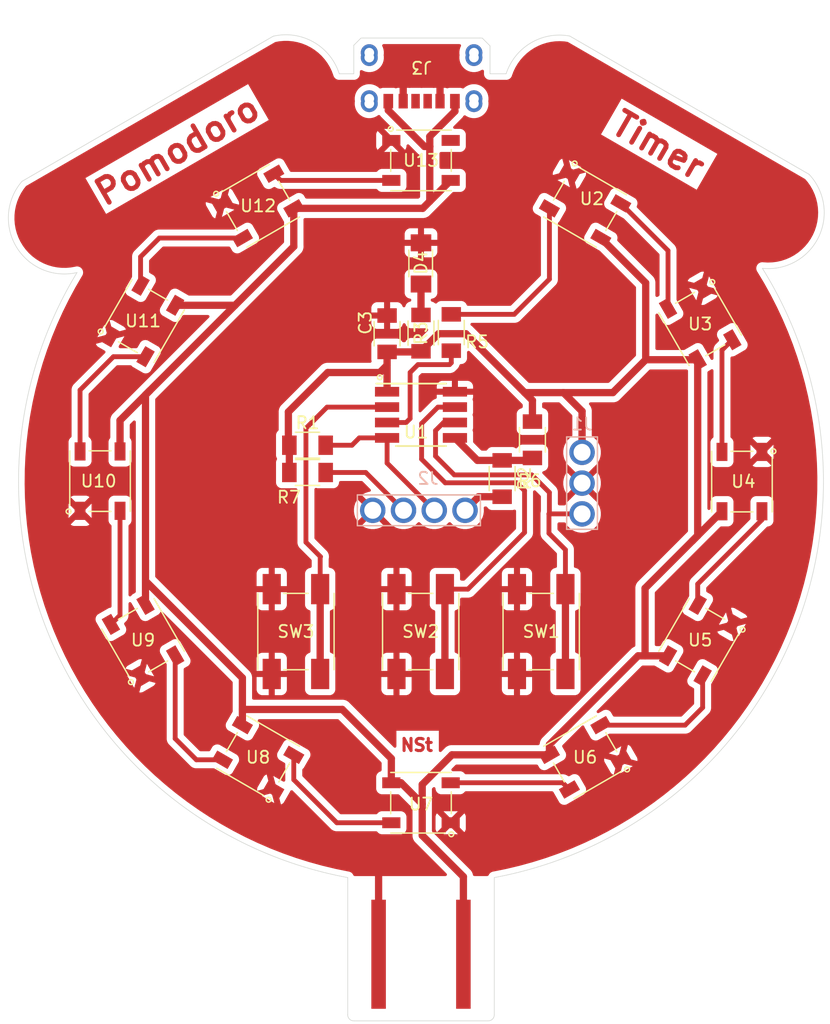
<source format=kicad_pcb>
(kicad_pcb (version 20241229) (generator "pcbnew") (generator_version "9.0")
  (layers (0 "F.Cu" signal) (2 "B.Cu" signal) (13 "F.Paste" user) (15 "B.Paste" user) (5 "F.SilkS" user "F.Silkscreen") (7 "B.SilkS" user "B.Silkscreen") (1 "F.Mask" user) (3 "B.Mask" user) (25 "Edge.Cuts" user))
  (net 0 "")
  (net 1 "PWR_GND")
  (net 2 "Net-(D4-A)")
  (net 3 "IN1")
  (net 4 "SDA")
  (net 5 "DIN")
  (net 6 "Net-(U2-DIN)")
  (net 7 "IN2")
  (net 8 "IN3")
  (net 9 "Net-(U2-DOUT)")
  (net 10 "Net-(U3-DOUT)")
  (net 11 "Net-(U4-DOUT)")
  (net 12 "Net-(U5-DOUT)")
  (net 13 "Net-(U6-DOUT)")
  (net 14 "Net-(U7-DOUT)")
  (net 15 "Net-(U8-DOUT)")
  (net 16 "Net-(U10-DIN)")
  (net 17 "Net-(U10-DOUT)")
  (net 18 "Net-(U11-DOUT)")
  (net 19 "Net-(U12-DOUT)")
  (net 21 "Net-(J2-Pin_3)")
  (net 25 "PWR_5V")
  (net 26 "SLC")
  (net 27 "Net-(J2-Pin_1)")
  (footprint "fab:LED_ADDR_Worldsemi_WS2812B" (layer "F.Cu") (at 111.25 141.75 30)
    (property "Reference" "U6" (at 0 0 0) (layer "F.SilkS"))
    (property "Value" "WS2812B" (hide yes))
    (fp_line (start -2.5 -0.9) (end -2.5 0.9) (stroke (width 0.12)) (layer "F.SilkS"))
    (fp_line (start -2.500001 2.5) (end 2 2.500001) (stroke (width 0.12)) (layer "F.SilkS"))
    (fp_line (start 2.500001 -2.5) (end -2.5 -2.500001) (stroke (width 0.12)) (layer "F.SilkS"))
    (fp_line (start 2.5 -0.9) (end 2.5 0.9) (stroke (width 0.12)) (layer "F.SilkS"))
    (fp_circle (center 2.5 2.6) (end 2.7 2.6) (stroke (width 0.12)) (fill no) (layer "F.SilkS"))
    (pad "1" smd rect (at -2.45 -1.65 30) (size 1.5 0.9) (layers "F.Cu" "F.Mask" "F.Paste") (net 25 "PWR_5V"))
    (pad "2" smd rect (at -2.45 1.65 30) (size 1.5 0.9) (layers "F.Cu" "F.Mask" "F.Paste") (net 13 "Net-(U6-DOUT)"))
    (pad "3" smd rect (at 2.45 1.65 30) (size 1.5 0.9) (layers "F.Cu" "F.Mask" "F.Paste") (net 1 "PWR_GND"))
    (pad "4" smd rect (at 2.45 -1.65 30) (size 1.5 0.9) (layers "F.Cu" "F.Mask" "F.Paste") (net 12 "Net-(U5-DOUT)"))
  )
  (footprint "fab:R_1206" (layer "F.Cu") (at 104.4 118.75 -90)
    (property "Reference" "R2" (at 0 -1.850001 90) (layer "F.SilkS"))
    (property "Value" "0R")
    (fp_line (start 1 1.07) (end -1 1.07) (stroke (width 0.12)) (layer "F.SilkS"))
    (fp_line (start -1 -1.07) (end 1 -1.07) (stroke (width 0.12)) (layer "F.SilkS"))
    (pad "1" smd rect (at -1.5 0 270) (size 1.2 1.6) (layers "F.Cu" "F.Mask" "F.Paste") (net 26 "SLC"))
    (pad "2" smd rect (at 1.5 0 270) (size 1.2 1.6) (layers "F.Cu" "F.Mask" "F.Paste") (net 27 "Net-(J2-Pin_1)"))
  )
  (footprint "fab:LED_ADDR_Worldsemi_WS2812B" (layer "F.Cu") (at 84.25 141.75 -30)
    (property "Reference" "U8" (at 0 0 0) (layer "F.SilkS"))
    (property "Value" "WS2812B" (hide yes))
    (fp_line (start -2.5 2.500001) (end 2 2.5) (stroke (width 0.12)) (layer "F.SilkS"))
    (fp_line (start -2.5 -0.9) (end -2.5 0.9) (stroke (width 0.12)) (layer "F.SilkS"))
    (fp_line (start 2.5 -0.9) (end 2.5 0.9) (stroke (width 0.12)) (layer "F.SilkS"))
    (fp_line (start 2.5 -2.500001) (end -2.500001 -2.5) (stroke (width 0.12)) (layer "F.SilkS"))
    (fp_circle (center 2.5 2.6) (end 2.7 2.6) (stroke (width 0.12)) (fill no) (layer "F.SilkS"))
    (pad "1" smd rect (at -2.45 -1.65 330) (size 1.5 0.9) (layers "F.Cu" "F.Mask" "F.Paste") (net 25 "PWR_5V"))
    (pad "2" smd rect (at -2.45 1.65 330) (size 1.5 0.9) (layers "F.Cu" "F.Mask" "F.Paste") (net 15 "Net-(U8-DOUT)"))
    (pad "3" smd rect (at 2.45 1.65 330) (size 1.5 0.9) (layers "F.Cu" "F.Mask" "F.Paste") (net 1 "PWR_GND"))
    (pad "4" smd rect (at 2.45 -1.65 330) (size 1.5 0.9) (layers "F.Cu" "F.Mask" "F.Paste") (net 14 "Net-(U7-DOUT)"))
  )
  (footprint "fab:R_1206" (layer "F.Cu") (at 88.33 118.25)
    (property "Reference" "R7" (at -1.5382 2.0444 0) (layer "F.SilkS"))
    (property "Value" "0R" (hide yes))
    (fp_line (start -1 -1.07) (end 1 -1.07) (stroke (width 0.12)) (layer "F.SilkS"))
    (fp_line (start 1 1.07) (end -1 1.07) (stroke (width 0.12)) (layer "F.SilkS"))
    (pad "1" smd rect (at -1.5 0) (size 1.2 1.6) (layers "F.Cu" "F.Mask" "F.Paste") (net 25 "PWR_5V"))
    (pad "2" smd rect (at 1.5 0) (size 1.2 1.6) (layers "F.Cu" "F.Mask" "F.Paste") (net 21 "Net-(J2-Pin_3)"))
  )
  (footprint "fab:LED_ADDR_Worldsemi_WS2812B" (layer "F.Cu") (at 120.75 106 120)
    (property "Reference" "U3" (at 0 0 0) (layer "F.SilkS"))
    (property "Value" "WS2812B" (hide yes))
    (fp_line (start 2.500001 -2.5) (end -2.5 -2.500001) (stroke (width 0.12)) (layer "F.SilkS"))
    (fp_line (start 2.5 -0.9) (end 2.5 0.9) (stroke (width 0.12)) (layer "F.SilkS"))
    (fp_line (start -2.5 -0.9) (end -2.5 0.9) (stroke (width 0.12)) (layer "F.SilkS"))
    (fp_line (start -2.500001 2.5) (end 2 2.500001) (stroke (width 0.12)) (layer "F.SilkS"))
    (fp_circle (center 2.5 2.6) (end 2.7 2.6) (stroke (width 0.12)) (fill no) (layer "F.SilkS"))
    (pad "1" smd rect (at -2.45 -1.65 120) (size 1.5 0.9) (layers "F.Cu" "F.Mask" "F.Paste") (net 25 "PWR_5V"))
    (pad "2" smd rect (at -2.45 1.65 120) (size 1.5 0.9) (layers "F.Cu" "F.Mask" "F.Paste") (net 10 "Net-(U3-DOUT)"))
    (pad "3" smd rect (at 2.45 1.65 120) (size 1.5 0.9) (layers "F.Cu" "F.Mask" "F.Paste") (net 1 "PWR_GND"))
    (pad "4" smd rect (at 2.45 -1.65 120) (size 1.5 0.9) (layers "F.Cu" "F.Mask" "F.Paste") (net 9 "Net-(U2-DOUT)"))
  )
  (footprint "fab:LED_ADDR_Worldsemi_WS2812B" (layer "F.Cu") (at 74.75 132.08 -60)
    (property "Reference" "U9" (at 0 0 0) (layer "F.SilkS"))
    (property "Value" "WS2812B" (hide yes))
    (fp_line (start -2.500001 2.5) (end 2 2.500001) (stroke (width 0.12)) (layer "F.SilkS"))
    (fp_line (start -2.5 -0.9) (end -2.5 0.9) (stroke (width 0.12)) (layer "F.SilkS"))
    (fp_line (start 2.5 -0.9) (end 2.5 0.9) (stroke (width 0.12)) (layer "F.SilkS"))
    (fp_line (start 2.500001 -2.5) (end -2.5 -2.500001) (stroke (width 0.12)) (layer "F.SilkS"))
    (fp_circle (center 2.5 2.6) (end 2.7 2.6) (stroke (width 0.12)) (fill no) (layer "F.SilkS"))
    (pad "1" smd rect (at -2.45 -1.65 300) (size 1.5 0.9) (layers "F.Cu" "F.Mask" "F.Paste") (net 25 "PWR_5V"))
    (pad "2" smd rect (at -2.45 1.65 300) (size 1.5 0.9) (layers "F.Cu" "F.Mask" "F.Paste") (net 16 "Net-(U10-DIN)"))
    (pad "3" smd rect (at 2.45 1.65 300) (size 1.5 0.9) (layers "F.Cu" "F.Mask" "F.Paste") (net 1 "PWR_GND"))
    (pad "4" smd rect (at 2.45 -1.65 300) (size 1.5 0.9) (layers "F.Cu" "F.Mask" "F.Paste") (net 15 "Net-(U8-DOUT)"))
  )
  (footprint "fab:Conn_USB_A_Plain" (layer "F.Cu") (at 97.7 158 -90)
    (property "Reference" "P1" (hide yes))
    (property "Value" "Conn_USB_A_Plain" (hide yes))
    (pad "1" smd rect (at 0 -3.5 270) (size 9 1.2) (layers "F.Cu" "F.Mask" "F.Paste") (net 25 "PWR_5V"))
    (pad "4" smd rect (at 0 3.5 270) (size 9 1.2) (layers "F.Cu" "F.Mask" "F.Paste") (net 1 "PWR_GND"))
  )
  (footprint "fab:C_1206" (layer "F.Cu") (at 94.9 106.8 90)
    (property "Reference" "C3" (at 0.9 -1.8 90) (layer "F.SilkS"))
    (property "Value" "100nF")
    (fp_line (start -1 -1.07) (end 1 -1.07) (stroke (width 0.12)) (layer "F.SilkS"))
    (fp_line (start 1 1.07) (end -1 1.07) (stroke (width 0.12)) (layer "F.SilkS"))
    (pad "1" smd rect (at -1.5 0 90) (size 1.2 1.6) (layers "F.Cu" "F.Mask" "F.Paste") (net 25 "PWR_5V"))
    (pad "2" smd rect (at 1.5 0 90) (size 1.2 1.6) (layers "F.Cu" "F.Mask" "F.Paste") (net 1 "PWR_GND"))
  )
  (footprint "fab:R_1206" (layer "F.Cu") (at 97.7 106.75 -90)
    (property "Reference" "R3" (at 0 0 90) (layer "F.SilkS"))
    (property "Value" "100R")
    (fp_line (start 1 1.07) (end -1 1.07) (stroke (width 0.12)) (layer "F.SilkS"))
    (fp_line (start -1 -1.07) (end 1 -1.07) (stroke (width 0.12)) (layer "F.SilkS"))
    (pad "1" smd rect (at -1.5 0 270) (size 1.2 1.6) (layers "F.Cu" "F.Mask" "F.Paste") (net 2 "Net-(D4-A)"))
    (pad "2" smd rect (at 1.5 0 270) (size 1.2 1.6) (layers "F.Cu" "F.Mask" "F.Paste") (net 25 "PWR_5V"))
  )
  (footprint "fab:LED_ADDR_Worldsemi_WS2812B" (layer "F.Cu") (at 74.75 105.75 -120)
    (property "Reference" "U11" (at 0 0 0) (layer "F.SilkS"))
    (property "Value" "WS2812B" (hide yes))
    (fp_line (start -2.5 2.500001) (end 2 2.5) (stroke (width 0.12)) (layer "F.SilkS"))
    (fp_line (start 2.5 -0.9) (end 2.5 0.9) (stroke (width 0.12)) (layer "F.SilkS"))
    (fp_line (start 2.5 -2.500001) (end -2.500001 -2.5) (stroke (width 0.12)) (layer "F.SilkS"))
    (fp_line (start -2.5 -0.9) (end -2.5 0.9) (stroke (width 0.12)) (layer "F.SilkS"))
    (fp_circle (center 2.5 2.6) (end 2.7 2.6) (stroke (width 0.12)) (fill no) (layer "F.SilkS"))
    (pad "1" smd rect (at -2.45 -1.65 240) (size 1.5 0.9) (layers "F.Cu" "F.Mask" "F.Paste") (net 25 "PWR_5V"))
    (pad "2" smd rect (at -2.45 1.65 240) (size 1.5 0.9) (layers "F.Cu" "F.Mask" "F.Paste") (net 18 "Net-(U11-DOUT)"))
    (pad "3" smd rect (at 2.45 1.65 240) (size 1.5 0.9) (layers "F.Cu" "F.Mask" "F.Paste") (net 1 "PWR_GND"))
    (pad "4" smd rect (at 2.45 -1.65 240) (size 1.5 0.9) (layers "F.Cu" "F.Mask" "F.Paste") (net 17 "Net-(U10-DOUT)"))
  )
  (footprint "fab:Button_Omron_B3SN_6.0x6.0mm" (layer "F.Cu") (at 87.3748 131.374 -90)
    (property "Reference" "SW3" (at 0 0 180) (layer "F.SilkS"))
    (property "Value" "Restart")
    (fp_line (start 3.15 3.15) (end -3.15 3.15) (stroke (width 0.12)) (layer "F.SilkS"))
    (fp_line (start -3.15 1) (end -3.15 -1) (stroke (width 0.12)) (layer "F.SilkS"))
    (fp_line (start 3.15 -1) (end 3.15 1) (stroke (width 0.12)) (layer "F.SilkS"))
    (fp_line (start -3.15 -3.15) (end 3.15 -3.15) (stroke (width 0.12)) (layer "F.SilkS"))
    (pad "1" smd rect (at -3.5 -2 270) (size 2.5 1.5) (layers "F.Cu" "F.Mask" "F.Paste") (net 8 "IN3"))
    (pad "1" smd rect (at 3.5 -2 270) (size 2.5 1.5) (layers "F.Cu" "F.Mask" "F.Paste") (net 8 "IN3"))
    (pad "2" smd rect (at -3.5 2 270) (size 2.5 1.5) (layers "F.Cu" "F.Mask" "F.Paste") (net 1 "PWR_GND"))
    (pad "2" smd rect (at 3.5 2 270) (size 2.5 1.5) (layers "F.Cu" "F.Mask" "F.Paste") (net 1 "PWR_GND"))
  )
  (footprint "fab:LED_ADDR_Worldsemi_WS2812B" (layer "F.Cu") (at 71.2 118.962 -90)
    (property "Reference" "U10" (at 0 0.1175 0) (layer "F.SilkS"))
    (property "Value" "WS2812B" (hide yes))
    (fp_line (start -2.5 2.5) (end 2 2.5) (stroke (width 0.12)) (layer "F.SilkS"))
    (fp_line (start -2.5 -0.9) (end -2.5 0.9) (stroke (width 0.12)) (layer "F.SilkS"))
    (fp_line (start 2.5 -0.9) (end 2.5 0.9) (stroke (width 0.12)) (layer "F.SilkS"))
    (fp_line (start 2.5 -2.5) (end -2.5 -2.5) (stroke (width 0.12)) (layer "F.SilkS"))
    (fp_circle (center 2.5 2.6) (end 2.7 2.6) (stroke (width 0.12)) (fill no) (layer "F.SilkS"))
    (pad "1" smd rect (at -2.45 -1.65 270) (size 1.5 0.9) (layers "F.Cu" "F.Mask" "F.Paste") (net 25 "PWR_5V"))
    (pad "2" smd rect (at -2.45 1.65 270) (size 1.5 0.9) (layers "F.Cu" "F.Mask" "F.Paste") (net 17 "Net-(U10-DOUT)"))
    (pad "3" smd rect (at 2.45 1.65 270) (size 1.5 0.9) (layers "F.Cu" "F.Mask" "F.Paste") (net 1 "PWR_GND"))
    (pad "4" smd rect (at 2.45 -1.65 270) (size 1.5 0.9) (layers "F.Cu" "F.Mask" "F.Paste") (net 16 "Net-(U10-DIN)"))
  )
  (footprint "fab:LED_ADDR_Worldsemi_WS2812B" (layer "F.Cu") (at 111.25 96.25 150)
    (property "Reference" "U2" (at -0.191835 0.785332 0) (layer "F.SilkS"))
    (property "Value" "WS2812B" (hide yes))
    (fp_line (start 2.5 -2.500001) (end -2.500001 -2.5) (stroke (width 0.12)) (layer "F.SilkS"))
    (fp_line (start 2.5 -0.9) (end 2.5 0.9) (stroke (width 0.12)) (layer "F.SilkS"))
    (fp_line (start -2.5 -0.9) (end -2.5 0.9) (stroke (width 0.12)) (layer "F.SilkS"))
    (fp_line (start -2.5 2.500001) (end 2 2.5) (stroke (width 0.12)) (layer "F.SilkS"))
    (fp_circle (center 2.5 2.6) (end 2.7 2.6) (stroke (width 0.12)) (fill no) (layer "F.SilkS"))
    (pad "1" smd rect (at -2.45 -1.65 150) (size 1.5 0.9) (layers "F.Cu" "F.Mask" "F.Paste") (net 25 "PWR_5V"))
    (pad "2" smd rect (at -2.45 1.65 150) (size 1.5 0.9) (layers "F.Cu" "F.Mask" "F.Paste") (net 9 "Net-(U2-DOUT)"))
    (pad "3" smd rect (at 2.45 1.65 150) (size 1.5 0.9) (layers "F.Cu" "F.Mask" "F.Paste") (net 1 "PWR_GND"))
    (pad "4" smd rect (at 2.45 -1.65 150) (size 1.5 0.9) (layers "F.Cu" "F.Mask" "F.Paste") (net 6 "Net-(U2-DIN)"))
  )
  (footprint "fab:R_1206" (layer "F.Cu") (at 106.9 115.55 -90)
    (property "Reference" "R6" (at 3.387 0.2242 0) (layer "F.SilkS"))
    (property "Value" "1kR" (hide yes))
    (fp_line (start 1 1.07) (end -1 1.07) (stroke (width 0.12)) (layer "F.SilkS"))
    (fp_line (start -1 -1.07) (end 1 -1.07) (stroke (width 0.12)) (layer "F.SilkS"))
    (pad "1" smd rect (at -1.5 0 270) (size 1.2 1.6) (layers "F.Cu" "F.Mask" "F.Paste") (net 25 "PWR_5V"))
    (pad "2" smd rect (at 1.5 0 270) (size 1.2 1.6) (layers "F.Cu" "F.Mask" "F.Paste") (net 26 "SLC"))
  )
  (footprint "fab:LED_1206" (layer "F.Cu") (at 97.7 101 -90)
    (property "Reference" "D4" (at -0.055 0.005 90) (layer "F.SilkS"))
    (property "Value" "Power LED")
    (fp_line (start -1.1 1) (end 1.1 1) (stroke (width 0.12)) (layer "F.SilkS"))
    (fp_line (start -1.1 -0.95) (end 1.1 -0.95) (stroke (width 0.12)) (layer "F.SilkS"))
    (pad "1" smd rect (at -1.7 0 270) (size 1.4 1.7) (layers "F.Cu" "F.Mask" "F.Paste") (net 1 "PWR_GND"))
    (pad "2" smd rect (at 1.7 0 270) (size 1.4 1.7) (layers "F.Cu" "F.Mask" "F.Paste") (net 2 "Net-(D4-A)"))
  )
  (footprint "fab:LED_ADDR_Worldsemi_WS2812B" (layer "F.Cu") (at 84.25 96.25 -150)
    (property "Reference" "U12" (at 0 0 0) (layer "F.SilkS"))
    (property "Value" "WS2812B" (hide yes))
    (fp_line (start 2.5 -0.9) (end 2.5 0.9) (stroke (width 0.12)) (layer "F.SilkS"))
    (fp_line (start 2.500001 -2.5) (end -2.5 -2.500001) (stroke (width 0.12)) (layer "F.SilkS"))
    (fp_line (start -2.500001 2.5) (end 2 2.500001) (stroke (width 0.12)) (layer "F.SilkS"))
    (fp_line (start -2.5 -0.9) (end -2.5 0.9) (stroke (width 0.12)) (layer "F.SilkS"))
    (fp_circle (center 2.5 2.6) (end 2.7 2.6) (stroke (width 0.12)) (fill no) (layer "F.SilkS"))
    (pad "1" smd rect (at -2.45 -1.65 210) (size 1.5 0.9) (layers "F.Cu" "F.Mask" "F.Paste") (net 25 "PWR_5V"))
    (pad "2" smd rect (at -2.45 1.65 210) (size 1.5 0.9) (layers "F.Cu" "F.Mask" "F.Paste") (net 19 "Net-(U12-DOUT)"))
    (pad "3" smd rect (at 2.45 1.65 210) (size 1.5 0.9) (layers "F.Cu" "F.Mask" "F.Paste") (net 1 "PWR_GND"))
    (pad "4" smd rect (at 2.45 -1.65 210) (size 1.5 0.9) (layers "F.Cu" "F.Mask" "F.Paste") (net 18 "Net-(U11-DOUT)"))
  )
  (footprint "fab:R_1206" (layer "F.Cu") (at 88.33 116)
    (property "Reference" "R1" (at 0 -1.850001 0) (layer "F.SilkS"))
    (property "Value" "1kR" (hide yes))
    (fp_line (start -1 -1.07) (end 1 -1.07) (stroke (width 0.12)) (layer "F.SilkS"))
    (fp_line (start 1 1.07) (end -1 1.07) (stroke (width 0.12)) (layer "F.SilkS"))
    (pad "1" smd rect (at -1.5 0) (size 1.2 1.6) (layers "F.Cu" "F.Mask" "F.Paste") (net 25 "PWR_5V"))
    (pad "2" smd rect (at 1.5 0) (size 1.2 1.6) (layers "F.Cu" "F.Mask" "F.Paste") (net 4 "SDA"))
  )
  (footprint "fab:Button_Omron_B3SN_6.0x6.0mm" (layer "F.Cu") (at 107.6252 131.374 -90)
    (property "Reference" "SW1" (at 0 0 180) (layer "F.SilkS"))
    (property "Value" "Start/Stop")
    (fp_line (start 3.15 3.15) (end -3.15 3.15) (stroke (width 0.12)) (layer "F.SilkS"))
    (fp_line (start -3.15 1) (end -3.15 -1) (stroke (width 0.12)) (layer "F.SilkS"))
    (fp_line (start 3.15 -1) (end 3.15 1) (stroke (width 0.12)) (layer "F.SilkS"))
    (fp_line (start -3.15 -3.15) (end 3.15 -3.15) (stroke (width 0.12)) (layer "F.SilkS"))
    (pad "1" smd rect (at -3.5 -2 270) (size 2.5 1.5) (layers "F.Cu" "F.Mask" "F.Paste") (net 3 "IN1"))
    (pad "1" smd rect (at 3.5 -2 270) (size 2.5 1.5) (layers "F.Cu" "F.Mask" "F.Paste") (net 3 "IN1"))
    (pad "2" smd rect (at -3.5 2 270) (size 2.5 1.5) (layers "F.Cu" "F.Mask" "F.Paste") (net 1 "PWR_GND"))
    (pad "2" smd rect (at 3.5 2 270) (size 2.5 1.5) (layers "F.Cu" "F.Mask" "F.Paste") (net 1 "PWR_GND"))
  )
  (footprint "fab:SOIC-8_3.9x4.9mm_P1.27mm" (layer "F.Cu") (at 97.7 113.49)
    (property "Reference" "U1" (at -0.411889 1.43 0) (layer "F.SilkS"))
    (property "Value" "ATtiny412")
    (fp_line (start -3.69 -2.575) (end 2.075 -2.575) (stroke (width 0.15)) (layer "F.SilkS"))
    (fp_line (start -2.075 2.575) (end 2.075 2.575) (stroke (width 0.15)) (layer "F.SilkS"))
    (fp_circle (center -3.4 -3.1) (end -3.2 -3.1) (stroke (width 0.12)) (fill no) (layer "F.SilkS"))
    (pad "1" smd rect (at -2.8 -1.905) (size 2 0.8) (layers "F.Cu" "F.Mask" "F.Paste") (net 25 "PWR_5V"))
    (pad "2" smd rect (at -2.8 -0.635) (size 2 0.8) (layers "F.Cu" "F.Mask" "F.Paste") (net 8 "IN3"))
    (pad "3" smd rect (at -2.8 0.635) (size 2 0.8) (layers "F.Cu" "F.Mask" "F.Paste") (net 5 "DIN"))
    (pad "4" smd rect (at -2.8 1.905) (size 2 0.8) (layers "F.Cu" "F.Mask" "F.Paste") (net 4 "SDA"))
    (pad "5" smd rect (at 2.8 1.905) (size 2 0.8) (layers "F.Cu" "F.Mask" "F.Paste") (net 26 "SLC"))
    (pad "6" smd rect (at 2.8 0.635) (size 2 0.8) (layers "F.Cu" "F.Mask" "F.Paste") (net 3 "IN1"))
    (pad "7" smd rect (at 2.8 -0.635) (size 2 0.8) (layers "F.Cu" "F.Mask" "F.Paste") (net 7 "IN2"))
    (pad "8" smd rect (at 2.8 -1.905) (size 2 0.8) (layers "F.Cu" "F.Mask" "F.Paste") (net 1 "PWR_GND"))
  )
  (footprint "fab:LED_ADDR_Worldsemi_WS2812B" (layer "F.Cu") (at 124.2 119 90)
    (property "Reference" "U4" (at 0 0.1175 0) (layer "F.SilkS"))
    (property "Value" "WS2812B" (hide yes))
    (fp_line (start 2.5 -2.5) (end -2.5 -2.5) (stroke (width 0.12)) (layer "F.SilkS"))
    (fp_line (start 2.5 -0.9) (end 2.5 0.9) (stroke (width 0.12)) (layer "F.SilkS"))
    (fp_line (start -2.5 -0.9) (end -2.5 0.9) (stroke (width 0.12)) (layer "F.SilkS"))
    (fp_line (start -2.5 2.5) (end 2 2.5) (stroke (width 0.12)) (layer "F.SilkS"))
    (fp_circle (center 2.5 2.6) (end 2.7 2.6) (stroke (width 0.12)) (fill no) (layer "F.SilkS"))
    (pad "1" smd rect (at -2.45 -1.65 90) (size 1.5 0.9) (layers "F.Cu" "F.Mask" "F.Paste") (net 25 "PWR_5V"))
    (pad "2" smd rect (at -2.45 1.65 90) (size 1.5 0.9) (layers "F.Cu" "F.Mask" "F.Paste") (net 11 "Net-(U4-DOUT)"))
    (pad "3" smd rect (at 2.45 1.65 90) (size 1.5 0.9) (layers "F.Cu" "F.Mask" "F.Paste") (net 1 "PWR_GND"))
    (pad "4" smd rect (at 2.45 -1.65 90) (size 1.5 0.9) (layers "F.Cu" "F.Mask" "F.Paste") (net 10 "Net-(U3-DOUT)"))
  )
  (footprint "fab:LED_ADDR_Worldsemi_WS2812B" (layer "F.Cu") (at 97.7 145.5)
    (property "Reference" "U7" (at 0 0.1175 0) (layer "F.SilkS"))
    (property "Value" "WS2812B" (hide yes))
    (fp_line (start -2.5 -0.9) (end -2.5 0.9) (stroke (width 0.12)) (layer "F.SilkS"))
    (fp_line (start -2.5 2.5) (end 2 2.5) (stroke (width 0.12)) (layer "F.SilkS"))
    (fp_line (start 2.5 -2.5) (end -2.5 -2.5) (stroke (width 0.12)) (layer "F.SilkS"))
    (fp_line (start 2.5 -0.9) (end 2.5 0.9) (stroke (width 0.12)) (layer "F.SilkS"))
    (fp_circle (center 2.5 2.6) (end 2.7 2.6) (stroke (width 0.12)) (fill no) (layer "F.SilkS"))
    (pad "1" smd rect (at -2.45 -1.65) (size 1.5 0.9) (layers "F.Cu" "F.Mask" "F.Paste") (net 25 "PWR_5V"))
    (pad "2" smd rect (at -2.45 1.65) (size 1.5 0.9) (layers "F.Cu" "F.Mask" "F.Paste") (net 14 "Net-(U7-DOUT)"))
    (pad "3" smd rect (at 2.45 1.65) (size 1.5 0.9) (layers "F.Cu" "F.Mask" "F.Paste") (net 1 "PWR_GND"))
    (pad "4" smd rect (at 2.45 -1.65) (size 1.5 0.9) (layers "F.Cu" "F.Mask" "F.Paste") (net 13 "Net-(U6-DOUT)"))
  )
  (footprint "fab:Conn_USB_C_Socket_GCT_USB4125-GF-A-0190" (layer "F.Cu") (at 97.75 87.6125 180)
    (property "Reference" "J3" (at 0 2.8 180) (layer "F.SilkS"))
    (property "Value" "Conn_USB_C_Socket_PowerOnly")
    (pad "A5" smd rect (at -0.499999 0 180) (size 0.7 1.2) (layers "F.Cu" "F.Mask" "F.Paste"))
    (pad "A9" smd rect (at 1.52 0 180) (size 0.76 1.2) (layers "F.Cu" "F.Mask" "F.Paste") (net 1 "PWR_GND"))
    (pad "A12" smd rect (at 2.75 0 180) (size 0.8 1.2) (layers "F.Cu" "F.Mask" "F.Paste") (net 25 "PWR_5V"))
    (pad "B5" smd rect (at 0.499999 0 180) (size 0.7 1.2) (layers "F.Cu" "F.Mask" "F.Paste"))
    (pad "B9" smd rect (at -1.52 0 180) (size 0.76 1.2) (layers "F.Cu" "F.Mask" "F.Paste") (net 1 "PWR_GND"))
    (pad "B12" smd rect (at -2.75 0 180) (size 0.8 1.2) (layers "F.Cu" "F.Mask" "F.Paste") (net 25 "PWR_5V"))
    (pad "S1" thru_hole circle (at -4.32 -0.2 180) (size 1.4 1.4) (drill 0.8) (layers "*.Cu" "*.Mask"))
    (pad "S1" thru_hole circle (at -4.32 0.2 180) (size 1.4 1.4) (drill 0.8) (layers "*.Cu" "*.Mask"))
    (pad "S1" thru_hole circle (at -4.32 3.6 180) (size 1.4 1.4) (drill 0.8) (layers "*.Cu" "*.Mask"))
    (pad "S1" thru_hole circle (at -4.32 4 180) (size 1.4 1.4) (drill 0.8) (layers "*.Cu" "*.Mask"))
    (pad "S1" thru_hole circle (at 4.32 -0.2 180) (size 1.4 1.4) (drill 0.8) (layers "*.Cu" "*.Mask"))
    (pad "S1" thru_hole circle (at 4.32 0.2 180) (size 1.4 1.4) (drill 0.8) (layers "*.Cu" "*.Mask"))
    (pad "S1" thru_hole circle (at 4.32 3.6 180) (size 1.4 1.4) (drill 0.8) (layers "*.Cu" "*.Mask"))
    (pad "S1" thru_hole circle (at 4.32 4 180) (size 1.4 1.4) (drill 0.8) (layers "*.Cu" "*.Mask"))
  )
  (footprint "fab:R_1206" (layer "F.Cu") (at 100.2 106.7 90)
    (property "Reference" "R5" (at -0.7746 2.1278 0) (layer "F.SilkS"))
    (property "Value" "499R" (hide yes))
    (fp_line (start -1 -1.07) (end 1 -1.07) (stroke (width 0.12)) (layer "F.SilkS"))
    (fp_line (start 1 1.07) (end -1 1.07) (stroke (width 0.12)) (layer "F.SilkS"))
    (pad "1" smd rect (at -1.5 0 90) (size 1.2 1.6) (layers "F.Cu" "F.Mask" "F.Paste") (net 5 "DIN"))
    (pad "2" smd rect (at 1.5 0 90) (size 1.2 1.6) (layers "F.Cu" "F.Mask" "F.Paste") (net 6 "Net-(U2-DIN)"))
  )
  (footprint "fab:Button_Omron_B3SN_6.0x6.0mm" (layer "F.Cu") (at 97.675089 131.374 -90)
    (property "Reference" "SW2" (at 0 0 180) (layer "F.SilkS"))
    (property "Value" "Skip")
    (fp_line (start 3.15 3.15) (end -3.15 3.15) (stroke (width 0.12)) (layer "F.SilkS"))
    (fp_line (start -3.15 1) (end -3.15 -1) (stroke (width 0.12)) (layer "F.SilkS"))
    (fp_line (start 3.15 -1) (end 3.15 1) (stroke (width 0.12)) (layer "F.SilkS"))
    (fp_line (start -3.15 -3.15) (end 3.15 -3.15) (stroke (width 0.12)) (layer "F.SilkS"))
    (pad "1" smd rect (at -3.5 -2 270) (size 2.5 1.5) (layers "F.Cu" "F.Mask" "F.Paste") (net 7 "IN2"))
    (pad "1" smd rect (at 3.5 -2 270) (size 2.5 1.5) (layers "F.Cu" "F.Mask" "F.Paste") (net 7 "IN2"))
    (pad "2" smd rect (at -3.5 2 270) (size 2.5 1.5) (layers "F.Cu" "F.Mask" "F.Paste") (net 1 "PWR_GND"))
    (pad "2" smd rect (at 3.5 2 270) (size 2.5 1.5) (layers "F.Cu" "F.Mask" "F.Paste") (net 1 "PWR_GND"))
  )
  (footprint "fab:LED_ADDR_Worldsemi_WS2812B" (layer "F.Cu") (at 120.75 132.08 60)
    (property "Reference" "U5" (at 0 0 0) (layer "F.SilkS"))
    (property "Value" "WS2812B" (hide yes))
    (fp_line (start -2.5 -0.9) (end -2.5 0.9) (stroke (width 0.12)) (layer "F.SilkS"))
    (fp_line (start 2.5 -2.500001) (end -2.500001 -2.5) (stroke (width 0.12)) (layer "F.SilkS"))
    (fp_line (start 2.5 -0.9) (end 2.5 0.9) (stroke (width 0.12)) (layer "F.SilkS"))
    (fp_line (start -2.5 2.500001) (end 2 2.5) (stroke (width 0.12)) (layer "F.SilkS"))
    (fp_circle (center 2.5 2.6) (end 2.7 2.6) (stroke (width 0.12)) (fill no) (layer "F.SilkS"))
    (pad "1" smd rect (at -2.45 -1.65 60) (size 1.5 0.9) (layers "F.Cu" "F.Mask" "F.Paste") (net 25 "PWR_5V"))
    (pad "2" smd rect (at -2.45 1.65 60) (size 1.5 0.9) (layers "F.Cu" "F.Mask" "F.Paste") (net 12 "Net-(U5-DOUT)"))
    (pad "3" smd rect (at 2.45 1.65 60) (size 1.5 0.9) (layers "F.Cu" "F.Mask" "F.Paste") (net 1 "PWR_GND"))
    (pad "4" smd rect (at 2.45 -1.65 60) (size 1.5 0.9) (layers "F.Cu" "F.Mask" "F.Paste") (net 11 "Net-(U4-DOUT)"))
  )
  (footprint "fab:LED_ADDR_Worldsemi_WS2812B" (layer "F.Cu") (at 97.7 92.5 180)
    (property "Reference" "U13" (at 0 0 0) (layer "F.SilkS"))
    (property "Value" "WS2812B" (hide yes))
    (fp_line (start 2.5 -0.9) (end 2.5 0.9) (stroke (width 0.12)) (layer "F.SilkS"))
    (fp_line (start 2.5 -2.5) (end -2.5 -2.5) (stroke (width 0.12)) (layer "F.SilkS"))
    (fp_line (start -2.5 2.5) (end 2 2.5) (stroke (width 0.12)) (layer "F.SilkS"))
    (fp_line (start -2.5 -0.9) (end -2.5 0.9) (stroke (width 0.12)) (layer "F.SilkS"))
    (fp_circle (center 2.5 2.6) (end 2.7 2.6) (stroke (width 0.12)) (fill no) (layer "F.SilkS"))
    (pad "1" smd rect (at -2.45 -1.65 180) (size 1.5 0.9) (layers "F.Cu" "F.Mask" "F.Paste") (net 25 "PWR_5V"))
    (pad "2" smd rect (at -2.45 1.65 180) (size 1.5 0.9) (layers "F.Cu" "F.Mask" "F.Paste"))
    (pad "3" smd rect (at 2.45 1.65 180) (size 1.5 0.9) (layers "F.Cu" "F.Mask" "F.Paste") (net 1 "PWR_GND"))
    (pad "4" smd rect (at 2.45 -1.65 180) (size 1.5 0.9) (layers "F.Cu" "F.Mask" "F.Paste") (net 19 "Net-(U12-DOUT)"))
  )
  (footprint "fab:PinHeader_01x04_P2.54mm_Vertical_THT_D1.4mm" (layer "B.Cu") (at 101.336 121.37 90)
    (property "Reference" "J2" (at 2.6328 -3.054 0) (layer "B.SilkS") (effects (justify mirror)))
    (property "Value" "I2C Header" (hide yes))
    (fp_line (start -1.27 -8.89) (end 1.27 -8.89) (stroke (width 0.12)) (layer "B.SilkS"))
    (fp_line (start 1.27 1.27) (end 1.27 -8.89) (stroke (width 0.12)) (layer "B.SilkS"))
    (fp_line (start -1.27 1.27) (end -1.27 -8.89) (stroke (width 0.12)) (layer "B.SilkS"))
    (fp_line (start -1.27 1.27) (end 1.27 1.27) (stroke (width 0.12)) (layer "B.SilkS"))
    (pad "1" thru_hole circle (at 0 0 90) (size 2.1 2.1) (drill 1.4) (layers "*.Cu" "*.Mask") (net 27 "Net-(J2-Pin_1)"))
    (pad "2" thru_hole circle (at 0 -2.54 90) (size 2.1 2.1) (drill 1.4) (layers "*.Cu" "*.Mask") (net 4 "SDA"))
    (pad "3" thru_hole circle (at 0 -5.079999 90) (size 2.1 2.1) (drill 1.4) (layers "*.Cu" "*.Mask") (net 21 "Net-(J2-Pin_3)"))
    (pad "4" thru_hole circle (at 0 -7.62 90) (size 2.1 2.1) (drill 1.4) (layers "*.Cu" "*.Mask") (net 1 "PWR_GND"))
  )
  (footprint "fab:PinHeader_01x03_P2.54mm_Vertical_THT_D1.4mm" (layer "B.Cu") (at 110.998 116.586 180)
    (property "Reference" "J1" (at 0 2.33 0) (layer "B.SilkS") (effects (justify mirror)))
    (property "Value" "UPDI Flash Header" (hide yes))
    (fp_line (start 1.27 1.27) (end 1.27 -6.35) (stroke (width 0.12)) (layer "B.SilkS"))
    (fp_line (start -1.27 1.27) (end 1.27 1.27) (stroke (width 0.12)) (layer "B.SilkS"))
    (fp_line (start -1.27 1.27) (end -1.27 -6.35) (stroke (width 0.12)) (layer "B.SilkS"))
    (fp_line (start -1.27 -6.35) (end 1.27 -6.35) (stroke (width 0.12)) (layer "B.SilkS"))
    (pad "1" thru_hole circle (at 0 0 180) (size 2.1 2.1) (drill 1.4) (layers "*.Cu" "*.Mask") (net 25 "PWR_5V"))
    (pad "2" thru_hole circle (at 0 -2.54 180) (size 2.1 2.1) (drill 1.4) (layers "*.Cu" "*.Mask") (net 1 "PWR_GND"))
    (pad "3" thru_hole circle (at 0 -5.08 180) (size 2.1 2.1) (drill 1.4) (layers "*.Cu" "*.Mask") (net 3 "IN1"))
  )
  (gr_arc (start 92.15 163.498938) (mid 91.796447 163.352491) (end 91.65 162.998938) (stroke (width 0.05)) (layer "Edge.Cuts"))
  (gr_line (start 92.75 82.4) (end 92.15 83) (stroke (width 0.05)) (layer "Edge.Cuts"))
  (gr_arc (start 103.749092 162.998938) (mid 103.602912 163.35185) (end 103.25 163.49803) (stroke (width 0.05)) (layer "Edge.Cuts"))
  (gr_line (start 64.755733 94.226708) (end 85.5 82.25) (stroke (width 0.05)) (layer "Edge.Cuts"))
  (gr_arc (start 129.743354 93.64883) (mid 130.508658 98.865788) (end 125.88654 101.403182) (stroke (width 0.05)) (layer "Edge.Cuts"))
  (gr_arc (start 91.65 151.672994) (mid 67.372086 132.577359) (end 69.300088 101.749723) (stroke (width 0.05)) (layer "Edge.Cuts"))
  (gr_line (start 92.15 85.35) (end 90.95 85.35) (stroke (width 0.05)) (layer "Edge.Cuts"))
  (gr_line (start 102.75 82.4) (end 92.75 82.4) (stroke (width 0.05)) (layer "Edge.Cuts"))
  (gr_line (start 103.4 83.05) (end 102.75 82.4) (stroke (width 0.05)) (layer "Edge.Cuts"))
  (gr_line (start 103.749092 151.673161) (end 103.749092 162.998938) (stroke (width 0.05)) (layer "Edge.Cuts"))
  (gr_line (start 129.743353 93.64883) (end 110 82.25) (stroke (width 0.05)) (layer "Edge.Cuts"))
  (gr_line (start 103.4 85.35) (end 103.4 83.05) (stroke (width 0.05)) (layer "Edge.Cuts"))
  (gr_arc (start 104.728792 85.35) (mid 106.778149 82.800031) (end 110.001581 82.241732) (stroke (width 0.05)) (layer "Edge.Cuts"))
  (gr_line (start 92.15 163.498938) (end 103.25 163.49803) (stroke (width 0.05)) (layer "Edge.Cuts"))
  (gr_arc (start 125.886504 101.403184) (mid 128.110305 132.391799) (end 103.749094 151.673161) (stroke (width 0.05)) (layer "Edge.Cuts"))
  (gr_line (start 92.15 83) (end 92.15 85.35) (stroke (width 0.05)) (layer "Edge.Cuts"))
  (gr_line (start 104.728792 85.35) (end 103.4 85.35) (stroke (width 0.05)) (layer "Edge.Cuts"))
  (gr_arc (start 85.500784 82.253344) (mid 88.831311 82.735431) (end 90.95 85.35) (stroke (width 0.05)) (layer "Edge.Cuts"))
  (gr_arc (start 69.300067 101.749728) (mid 64.294942 99.639081) (end 64.755733 94.226709) (stroke (width 0.05)) (layer "Edge.Cuts"))
  (gr_line (start 91.65 151.672992) (end 91.65 162.998938) (stroke (width 0.05)) (layer "Edge.Cuts"))
  (gr_text "NSt" (at 95.9 141.325 0) (layer "F.Cu") (effects (font (size 1 1) (thickness 0.25) (bold yes)) (justify left bottom)))
  (gr_text "Timer" (at 113 90.1 330) (layer "F.Cu") (effects (font (size 2 2) (thickness 0.4) (bold yes)) (justify left bottom)))
  (gr_text "Pomodoro" (at 71.45 96.55 30) (layer "F.Cu") (effects (font (size 2 2) (thickness 0.4) (bold yes)) (justify left bottom)))
  (segment (start 96.25 86.05) (end 99.27 86.05) (width 0.6) (layer "F.Cu") (net 1))
  (segment (start 96.23 86.07) (end 96.25 86.05) (width 0.6) (layer "F.Cu") (net 1))
  (segment (start 94.2 158) (end 94.2 151) (width 0.6) (layer "F.Cu") (net 1))
  (segment (start 99.27 86.05) (end 99.27 87.6125) (width 0.6) (layer "F.Cu") (net 1))
  (segment (start 96.23 87.6125) (end 96.23 86.07) (width 0.6) (layer "F.Cu") (net 1))
  (segment (start 97.7 105.25) (end 97.7 102.7) (width 0.6) (layer "F.Cu") (net 2))
  (segment (start 108.3 121.632) (end 108.266 121.666) (width 0.4) (layer "F.Cu") (net 3))
  (segment (start 100.45 118.45) (end 106.85 118.45) (width 0.4) (layer "F.Cu") (net 3))
  (segment (start 108.3 119.9) (end 108.3 121.632) (width 0.4) (layer "F.Cu") (net 3))
  (segment (start 99.568 114.125) (end 98.9 114.793) (width 0.4) (layer "F.Cu") (net 3))
  (segment (start 100.5 114.125) (end 99.568 114.125) (width 0.4) (layer "F.Cu") (net 3))
  (segment (start 98.9 114.793) (end 98.9 116.9) (width 0.4) (layer "F.Cu") (net 3))
  (segment (start 109.6252 134.874) (end 109.6252 127.874) (width 0.6) (layer "F.Cu") (net 3))
  (segment (start 108.266 121.666) (end 110.998 121.666) (width 0.4) (layer "F.Cu") (net 3))
  (segment (start 106.85 118.45) (end 108.3 119.9) (width 0.4) (layer "F.Cu") (net 3))
  (segment (start 109.6252 124.6252) (end 109.6252 127.874) (width 0.4) (layer "F.Cu") (net 3))
  (segment (start 98.9 116.9) (end 100.45 118.45) (width 0.4) (layer "F.Cu") (net 3))
  (segment (start 108.266 123.266) (end 109.6252 124.6252) (width 0.4) (layer "F.Cu") (net 3))
  (segment (start 108.266 121.666) (end 108.266 123.266) (width 0.4) (layer "F.Cu") (net 3))
  (segment (start 94.9 115.395) (end 92.605 115.395) (width 0.4) (layer "F.Cu") (net 4))
  (segment (start 92.605 115.395) (end 92 116) (width 0.4) (layer "F.Cu") (net 4))
  (segment (start 92 116) (end 89.75 116) (width 0.4) (layer "F.Cu") (net 4))
  (segment (start 94.9 115.395) (end 94.9 117.474) (width 0.4) (layer "F.Cu") (net 4))
  (segment (start 94.9 117.474) (end 98.796 121.37) (width 0.4) (layer "F.Cu") (net 4))
  (segment (start 96.8 110) (end 97.45 109.35) (width 0.4) (layer "F.Cu") (net 5))
  (segment (start 100.05 109.35) (end 100.2 109.2) (width 0.4) (layer "F.Cu") (net 5))
  (segment (start 100.2 109.2) (end 100.2 108.2) (width 0.4) (layer "F.Cu") (net 5))
  (segment (start 96.475 114.125) (end 96.8 113.8) (width 0.4) (layer "F.Cu") (net 5))
  (segment (start 96.8 113.8) (end 96.8 110) (width 0.4) (layer "F.Cu") (net 5))
  (segment (start 97.45 109.35) (end 100.05 109.35) (width 0.4) (layer "F.Cu") (net 5))
  (segment (start 94.9 114.125) (end 96.475 114.125) (width 0.4) (layer "F.Cu") (net 5))
  (segment (start 100.2 105.2) (end 105.4 105.2) (width 0.4) (layer "F.Cu") (net 6))
  (segment (start 108.303238 102.296762) (end 108.303238 96.453942) (width 0.4) (layer "F.Cu") (net 6))
  (segment (start 105.4 105.2) (end 108.303238 102.296762) (width 0.4) (layer "F.Cu") (net 6))
  (segment (start 99.7 119.1) (end 105.6 119.1) (width 0.4) (layer "F.Cu") (net 7))
  (segment (start 99.1 112.855) (end 97.75 114.205) (width 0.4) (layer "F.Cu") (net 7))
  (segment (start 106.25 119.75) (end 106.25 123.2) (width 0.4) (layer "F.Cu") (net 7))
  (segment (start 97.75 114.205) (end 97.75 117.15) (width 0.4) (layer "F.Cu") (net 7))
  (segment (start 99.675089 134.874) (end 99.675089 127.874) (width 0.6) (layer "F.Cu") (net 7))
  (segment (start 106.25 123.2) (end 101.576 127.874) (width 0.4) (layer "F.Cu") (net 7))
  (segment (start 105.6 119.1) (end 106.25 119.75) (width 0.4) (layer "F.Cu") (net 7))
  (segment (start 101.576 127.874) (end 99.675089 127.874) (width 0.4) (layer "F.Cu") (net 7))
  (segment (start 97.75 117.15) (end 99.7 119.1) (width 0.4) (layer "F.Cu") (net 7))
  (segment (start 100.5 112.855) (end 99.1 112.855) (width 0.4) (layer "F.Cu") (net 7))
  (segment (start 89.3748 125.2252) (end 89.3748 127.874) (width 0.4) (layer "F.Cu") (net 8))
  (segment (start 88.2 114.6) (end 88.2 124) (width 0.4) (layer "F.Cu") (net 8))
  (segment (start 88.2 124) (end 89.4 125.2) (width 0.4) (layer "F.Cu") (net 8))
  (segment (start 89.4 125.2) (end 89.3748 125.2252) (width 0.4) (layer "F.Cu") (net 8))
  (segment (start 89.3748 134.874) (end 89.3748 127.874) (width 0.6) (layer "F.Cu") (net 8))
  (segment (start 94.9 112.855) (end 89.945 112.855) (width 0.4) (layer "F.Cu") (net 8))
  (segment (start 89.945 112.855) (end 88.2 114.6) (width 0.4) (layer "F.Cu") (net 8))
  (segment (start 118.096058 104.703238) (end 118.096058 99.945354) (width 0.4) (layer "F.Cu") (net 9))
  (segment (start 118.096058 99.945354) (end 114.196762 96.046058) (width 0.4) (layer "F.Cu") (net 9))
  (segment (start 122.55 116.55) (end 122.55 108.150704) (width 0.4) (layer "F.Cu") (net 10))
  (segment (start 122.55 108.150704) (end 123.403942 107.296762) (width 0.4) (layer "F.Cu") (net 10))
  (segment (start 125.85 122.15) (end 125.85 121.45) (width 0.4) (layer "F.Cu") (net 11))
  (segment (start 120.546058 127.453942) (end 125.85 122.15) (width 0.4) (layer "F.Cu") (net 11))
  (segment (start 120.546058 129.133238) (end 120.546058 127.453942) (width 0.4) (layer "F.Cu") (net 11))
  (segment (start 120.953942 137.646058) (end 120.953942 135.026762) (width 0.4) (layer "F.Cu") (net 12))
  (segment (start 112.546762 139.096058) (end 119.503942 139.096058) (width 0.4) (layer "F.Cu") (net 12))
  (segment (start 119.503942 139.096058) (end 120.953942 137.646058) (width 0.4) (layer "F.Cu") (net 12))
  (segment (start 100.15 143.85) (end 109.399296 143.85) (width 0.4) (layer "F.Cu") (net 13))
  (segment (start 109.399296 143.85) (end 109.953238 144.403942) (width 0.4) (layer "F.Cu") (net 13))
  (segment (start 90.75 147.15) (end 87.196762 143.596762) (width 0.4) (layer "F.Cu") (net 14))
  (segment (start 87.196762 143.596762) (end 87.196762 141.546058) (width 0.4) (layer "F.Cu") (net 14))
  (segment (start 95.25 147.15) (end 90.75 147.15) (width 0.4) (layer "F.Cu") (net 14))
  (segment (start 77.403942 140.203942) (end 79.153942 141.953942) (width 0.4) (layer "F.Cu") (net 15))
  (segment (start 77.403942 133.376762) (end 77.403942 140.203942) (width 0.4) (layer "F.Cu") (net 15))
  (segment (start 79.153942 141.953942) (end 81.303238 141.953942) (width 0.4) (layer "F.Cu") (net 15))
  (segment (start 72.85 121.412) (end 72.85 130.029296) (width 0.4) (layer "F.Cu") (net 16))
  (segment (start 72.85 130.029296) (end 72.096058 130.783238) (width 0.4) (layer "F.Cu") (net 16))
  (segment (start 74.953942 108.696762) (end 72.303238 108.696762) (width 0.4) (layer "F.Cu") (net 17))
  (segment (start 69.55 111.45) (end 69.55 116.512) (width 0.4) (layer "F.Cu") (net 17))
  (segment (start 72.303238 108.696762) (end 69.55 111.45) (width 0.4) (layer "F.Cu") (net 17))
  (segment (start 76.096058 98.903942) (end 74.546058 100.453942) (width 0.4) (layer "F.Cu") (net 18))
  (segment (start 82.953238 98.903942) (end 76.096058 98.903942) (width 0.4) (layer "F.Cu") (net 18))
  (segment (start 74.546058 100.453942) (end 74.546058 102.803238) (width 0.4) (layer "F.Cu") (net 18))
  (segment (start 86.100704 94.15) (end 85.546762 93.596058) (width 0.4) (layer "F.Cu") (net 19))
  (segment (start 95.25 94.15) (end 86.100704 94.15) (width 0.4) (layer "F.Cu") (net 19))
  (segment (start 93.136 118.25) (end 96.256 121.37) (width 0.4) (layer "F.Cu") (net 21))
  (segment (start 89.83 118.25) (end 93.136 118.25) (width 0.4) (layer "F.Cu") (net 21))
  (segment (start 108.303238 140.696762) (end 115.623238 133.376762) (width 0.6) (layer "F.Cu") (net 25))
  (segment (start 95 108.3) (end 97.65 108.3) (width 0.6) (layer "F.Cu") (net 25))
  (segment (start 94.9 110.8) (end 94.9 109.4) (width 0.6) (layer "F.Cu") (net 25))
  (segment (start 113.53934 111.66066) (end 109.46066 111.66066) (width 0.6) (layer "F.Cu") (net 25))
  (segment (start 116.2 133.376762) (end 118.096058 133.376762) (width 0.6) (layer "F.Cu") (net 25))
  (segment (start 97.9855 91.35) (end 98.425 91.35) (width 0.6) (layer "F.Cu") (net 25))
  (segment (start 120.546058 123.453942) (end 120.1 123.9) (width 0.6) (layer "F.Cu") (net 25))
  (segment (start 101.2 151.6) (end 97.8 148.2) (width 0.6) (layer "F.Cu") (net 25))
  (segment (start 97.65 108.3) (end 97.7 108.25) (width 0.6) (layer "F.Cu") (net 25))
  (segment (start 97.8 145.6) (end 97.8 143.998) (width 0.6) (layer "F.Cu") (net 25))
  (segment (start 120.1 123.9) (end 122.55 121.45) (width 0.6) (layer "F.Cu") (net 25))
  (segment (start 72.85 113.95) (end 72.85 116.512) (width 0.6) (layer "F.Cu") (net 25))
  (segment (start 87.196762 96.453942) (end 97.846058 96.453942) (width 0.6) (layer "F.Cu") (net 25))
  (segment (start 120.546058 108.946762) (end 120.546058 123.453942) (width 0.6) (layer "F.Cu") (net 25))
  (segment (start 100.251942 141.546058) (end 108.303238 141.546058) (width 0.6) (layer "F.Cu") (net 25))
  (segment (start 96.05 143.85) (end 95.25 143.85) (width 0.6) (layer "F.Cu") (net 25))
  (segment (start 99.15 106.8) (end 101.4 106.8) (width 0.6) (layer "F.Cu") (net 25))
  (segment (start 97.7 108.25) (end 99.15 106.8) (width 0.6) (layer "F.Cu") (net 25))
  (segment (start 116.2 127.8) (end 120.1 123.9) (width 0.6) (layer "F.Cu") (net 25))
  (segment (start 74.953942 127.2) (end 74.953942 111.846058) (width 0.6) (layer "F.Cu") (net 25))
  (segment (start 77.403942 104.453238) (end 82.346762 104.453238) (width 0.6) (layer "F.Cu") (net 25))
  (segment (start 94.3 110) (end 94.9 109.4) (width 0.6) (layer "F.Cu") (net 25))
  (segment (start 82.953238 135.199296) (end 82.953238 137.8) (width 0.6) (layer "F.Cu") (net 25))
  (segment (start 120.546058 108.946762) (end 116.253238 108.946762) (width 0.6) (layer "F.Cu") (net 25))
  (segment (start 116.2 133.376762) (end 116.2 127.8) (width 0.6) (layer "F.Cu") (net 25))
  (segment (start 97.8 143.998) (end 100.251942 141.546058) (width 0.6) (layer "F.Cu") (net 25))
  (segment (start 86.75 113.25) (end 90 110) (width 0.6) (layer "F.Cu") (net 25))
  (segment (start 87.2 99.6) (end 87.196762 99.596762) (width 0.6) (layer "F.Cu") (net 25))
  (segment (start 115.623238 133.376762) (end 116.2 133.376762) (width 0.6) (layer "F.Cu") (net 25))
  (segment (start 109.46066 111.66066) (end 111 113.2) (width 0.6) (layer "F.Cu") (net 25))
  (segment (start 82.953238 137.8) (end 82.953238 139.096058) (width 0.6) (layer "F.Cu") (net 25))
  (segment (start 90 110) (end 94.3 110) (width 0.6) (layer "F.Cu") (net 25))
  (segment (start 98.425 91.35) (end 98.425 92.8) (width 0.6) (layer "F.Cu") (net 25))
  (segment (start 108.303238 141.546058) (end 108.303238 140.696762) (width 0.6) (layer "F.Cu") (net 25))
  (segment (start 74.953942 129.133238) (end 74.953942 127.2) (width 0.6) (layer "F.Cu") (net 25))
  (segment (start 101.2 158) (end 101.2 151.6) (width 0.6) (layer "F.Cu") (net 25))
  (segment (start 97.8 148.2) (end 97.8 145.6) (width 0.6) (layer "F.Cu") (net 25))
  (segment (start 97.846058 96.453942) (end 98.425 95.875) (width 0.6) (layer "F.Cu") (net 25))
  (segment (start 91.2 137.8) (end 95.25 141.85) (width 0.6) (layer "F.Cu") (net 25))
  (segment (start 82.346762 104.453238) (end 87.2 99.6) (width 0.6) (layer "F.Cu") (net 25))
  (segment (start 87.196762 99.596762) (end 87.196762 96.453942) (width 0.6) (layer "F.Cu") (net 25))
  (segment (start 95 87.6125) (end 95 88.3645) (width 0.6) (layer "F.Cu") (net 25))
  (segment (start 100.5 88.445869) (end 98.425 90.520869) (width 0.6) (layer "F.Cu") (net 25))
  (segment (start 106.9 112.3) (end 106.9 114.05) (width 0.6) (layer "F.Cu") (net 25))
  (segment (start 98.425 90.520869) (end 98.425 91.35) (width 0.6) (layer "F.Cu") (net 25))
  (segment (start 86.75 116) (end 86.75 113.25) (width 0.6) (layer "F.Cu") (net 25))
  (segment (start 106.26066 111.66066) (end 106.9 112.3) (width 0.6) (layer "F.Cu") (net 25))
  (segment (start 86.83 116) (end 86.83 118.25) (width 0.6) (layer "F.Cu") (net 25))
  (segment (start 112.546762 98.903942) (end 116.253238 102.610418) (width 0.6) (layer "F.Cu") (net 25))
  (segment (start 82.953238 137.8) (end 91.2 137.8) (width 0.6) (layer "F.Cu") (net 25))
  (segment (start 101.4 106.8) (end 106.26066 111.66066) (width 0.6) (layer "F.Cu") (net 25))
  (segment (start 75.3 111.5) (end 72.85 113.95) (width 0.6) (layer "F.Cu") (net 25))
  (segment (start 116.253238 108.946762) (end 113.53934 111.66066) (width 0.6) (layer "F.Cu") (net 25))
  (segment (start 94.9 110.8) (end 94.9 111.585) (width 0.6) (layer "F.Cu") (net 25))
  (segment (start 106.26066 111.66066) (end 109.46066 111.66066) (width 0.6) (layer "F.Cu") (net 25))
  (segment (start 98.425 95.875) (end 100.15 94.15) (width 0.6) (layer "F.Cu") (net 25))
  (segment (start 82.346762 104.453238) (end 75.3 111.5) (width 0.6) (layer "F.Cu") (net 25))
  (segment (start 95.25 141.85) (end 95.25 143.85) (width 0.6) (layer "F.Cu") (net 25))
  (segment (start 74.953942 111.846058) (end 75.3 111.5) (width 0.6) (layer "F.Cu") (net 25))
  (segment (start 116.253238 102.610418) (end 116.253238 108.946762) (width 0.6) (layer "F.Cu") (net 25))
  (segment (start 110.998 113.202) (end 110.998 116.586) (width 0.6) (layer "F.Cu") (net 25))
  (segment (start 98.425 92.8) (end 98.425 95.875) (width 0.6) (layer "F.Cu") (net 25))
  (segment (start 111 113.2) (end 110.998 113.202) (width 0.6) (layer "F.Cu") (net 25))
  (segment (start 95 88.3645) (end 97.9855 91.35) (width 0.6) (layer "F.Cu") (net 25))
  (segment (start 74.953942 127.2) (end 82.953238 135.199296) (width 0.6) (layer "F.Cu") (net 25))
  (segment (start 100.5 87.6125) (end 100.5 88.445869) (width 0.6) (layer "F.Cu") (net 25))
  (segment (start 94.9 109.4) (end 94.9 108.3) (width 0.6) (layer "F.Cu") (net 25))
  (segment (start 97.8 145.6) (end 96.05 143.85) (width 0.6) (layer "F.Cu") (net 25))
  (segment (start 106.7 117.25) (end 106.9 117.05) (width 0.6) (layer "F.Cu") (net 26))
  (segment (start 100.5 115.395) (end 102.355 117.25) (width 0.6) (layer "F.Cu") (net 26))
  (segment (start 102.355 117.25) (end 104.4 117.25) (width 0.6) (layer "F.Cu") (net 26))
  (segment (start 104.4 117.25) (end 106.7 117.25) (width 0.6) (layer "F.Cu") (net 26))
  (segment (start 104.4 120.25) (end 102.456 120.25) (width 0.6) (layer "F.Cu") (net 27))
  (segment (start 102.456 120.25) (end 101.336 121.37) (width 0.6) (layer "F.Cu") (net 27))
  (zone (net 1) (net_name "PWR_GND") (layer "F.Cu") (connect_pads (clearance 0.5)) (min_thickness 0.25) (fill yes (thermal_gap 0.5) (thermal_bridge_width 0.5))
    (polygon (pts (xy 62.94 82.33) (xy 131.485 82.33) (xy 131.485 132.89) (xy 112.825 151.55) (xy 80.15 151.55) (xy 62.94 134.34)))
  )
)
</source>
